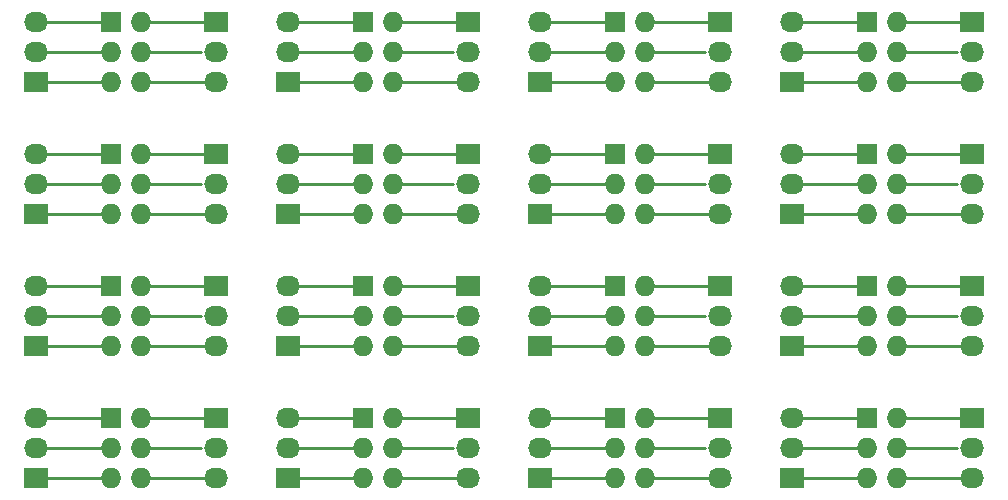
<source format=gtl>
G04 #@! TF.FileFunction,Copper,L1,Top,Signal*
%FSLAX46Y46*%
G04 Gerber Fmt 4.6, Leading zero omitted, Abs format (unit mm)*
G04 Created by KiCad (PCBNEW 4.0.5+dfsg1-4) date Wed Oct 11 12:15:40 2017*
%MOMM*%
%LPD*%
G01*
G04 APERTURE LIST*
%ADD10C,0.100000*%
%ADD11R,2.032000X1.727200*%
%ADD12O,2.032000X1.727200*%
%ADD13R,1.727200X1.727200*%
%ADD14O,1.727200X1.727200*%
%ADD15C,0.250000*%
G04 APERTURE END LIST*
D10*
D11*
X152527000Y-80518000D03*
D12*
X152527000Y-83058000D03*
X152527000Y-85598000D03*
D11*
X152527000Y-91694000D03*
D12*
X152527000Y-94234000D03*
X152527000Y-96774000D03*
D11*
X158623000Y-96774000D03*
D12*
X158623000Y-94234000D03*
X158623000Y-91694000D03*
D11*
X158623000Y-85598000D03*
D12*
X158623000Y-83058000D03*
X158623000Y-80518000D03*
D11*
X137287000Y-96774000D03*
D12*
X137287000Y-94234000D03*
X137287000Y-91694000D03*
D11*
X137287000Y-85598000D03*
D12*
X137287000Y-83058000D03*
X137287000Y-80518000D03*
D11*
X115951000Y-96774000D03*
D12*
X115951000Y-94234000D03*
X115951000Y-91694000D03*
D11*
X131191000Y-91694000D03*
D12*
X131191000Y-94234000D03*
X131191000Y-96774000D03*
D11*
X115951000Y-85598000D03*
D12*
X115951000Y-83058000D03*
X115951000Y-80518000D03*
D11*
X131191000Y-80518000D03*
D12*
X131191000Y-83058000D03*
X131191000Y-85598000D03*
D11*
X173863000Y-80518000D03*
D12*
X173863000Y-83058000D03*
X173863000Y-85598000D03*
D11*
X179959000Y-85598000D03*
D12*
X179959000Y-83058000D03*
X179959000Y-80518000D03*
D11*
X195199000Y-80518000D03*
D12*
X195199000Y-83058000D03*
X195199000Y-85598000D03*
D11*
X179959000Y-96774000D03*
D12*
X179959000Y-94234000D03*
X179959000Y-91694000D03*
D11*
X195199000Y-91694000D03*
D12*
X195199000Y-94234000D03*
X195199000Y-96774000D03*
D11*
X173863000Y-91694000D03*
D12*
X173863000Y-94234000D03*
X173863000Y-96774000D03*
D13*
X122301000Y-80518000D03*
D14*
X124841000Y-80518000D03*
X122301000Y-83058000D03*
X124841000Y-83058000D03*
X122301000Y-85598000D03*
X124841000Y-85598000D03*
D13*
X164973000Y-91694000D03*
D14*
X167513000Y-91694000D03*
X164973000Y-94234000D03*
X167513000Y-94234000D03*
X164973000Y-96774000D03*
X167513000Y-96774000D03*
D13*
X122301000Y-91694000D03*
D14*
X124841000Y-91694000D03*
X122301000Y-94234000D03*
X124841000Y-94234000D03*
X122301000Y-96774000D03*
X124841000Y-96774000D03*
D13*
X186309000Y-91694000D03*
D14*
X188849000Y-91694000D03*
X186309000Y-94234000D03*
X188849000Y-94234000D03*
X186309000Y-96774000D03*
X188849000Y-96774000D03*
D13*
X186309000Y-80518000D03*
D14*
X188849000Y-80518000D03*
X186309000Y-83058000D03*
X188849000Y-83058000D03*
X186309000Y-85598000D03*
X188849000Y-85598000D03*
D13*
X143637000Y-80518000D03*
D14*
X146177000Y-80518000D03*
X143637000Y-83058000D03*
X146177000Y-83058000D03*
X143637000Y-85598000D03*
X146177000Y-85598000D03*
D13*
X164973000Y-80518000D03*
D14*
X167513000Y-80518000D03*
X164973000Y-83058000D03*
X167513000Y-83058000D03*
X164973000Y-85598000D03*
X167513000Y-85598000D03*
D13*
X143637000Y-91694000D03*
D14*
X146177000Y-91694000D03*
X143637000Y-94234000D03*
X146177000Y-94234000D03*
X143637000Y-96774000D03*
X146177000Y-96774000D03*
D11*
X137287000Y-107950000D03*
D12*
X137287000Y-105410000D03*
X137287000Y-102870000D03*
D11*
X115951000Y-107950000D03*
D12*
X115951000Y-105410000D03*
X115951000Y-102870000D03*
D11*
X131191000Y-102870000D03*
D12*
X131191000Y-105410000D03*
X131191000Y-107950000D03*
D11*
X173863000Y-102870000D03*
D12*
X173863000Y-105410000D03*
X173863000Y-107950000D03*
D11*
X152527000Y-102870000D03*
D12*
X152527000Y-105410000D03*
X152527000Y-107950000D03*
D11*
X195199000Y-102870000D03*
D12*
X195199000Y-105410000D03*
X195199000Y-107950000D03*
D11*
X179959000Y-107950000D03*
D12*
X179959000Y-105410000D03*
X179959000Y-102870000D03*
D11*
X158623000Y-107950000D03*
D12*
X158623000Y-105410000D03*
X158623000Y-102870000D03*
D13*
X143637000Y-102870000D03*
D14*
X146177000Y-102870000D03*
X143637000Y-105410000D03*
X146177000Y-105410000D03*
X143637000Y-107950000D03*
X146177000Y-107950000D03*
D13*
X164973000Y-102870000D03*
D14*
X167513000Y-102870000D03*
X164973000Y-105410000D03*
X167513000Y-105410000D03*
X164973000Y-107950000D03*
X167513000Y-107950000D03*
D13*
X122301000Y-102870000D03*
D14*
X124841000Y-102870000D03*
X122301000Y-105410000D03*
X124841000Y-105410000D03*
X122301000Y-107950000D03*
X124841000Y-107950000D03*
D13*
X186309000Y-102870000D03*
D14*
X188849000Y-102870000D03*
X186309000Y-105410000D03*
X188849000Y-105410000D03*
X186309000Y-107950000D03*
X188849000Y-107950000D03*
D11*
X158623000Y-119126000D03*
D12*
X158623000Y-116586000D03*
X158623000Y-114046000D03*
D11*
X115951000Y-119126000D03*
D12*
X115951000Y-116586000D03*
X115951000Y-114046000D03*
D11*
X152527000Y-114046000D03*
D12*
X152527000Y-116586000D03*
X152527000Y-119126000D03*
D11*
X131191000Y-114046000D03*
D12*
X131191000Y-116586000D03*
X131191000Y-119126000D03*
D11*
X173863000Y-114046000D03*
D12*
X173863000Y-116586000D03*
X173863000Y-119126000D03*
D11*
X195199000Y-114046000D03*
D12*
X195199000Y-116586000D03*
X195199000Y-119126000D03*
D11*
X179959000Y-119126000D03*
D12*
X179959000Y-116586000D03*
X179959000Y-114046000D03*
D11*
X137287000Y-119126000D03*
D12*
X137287000Y-116586000D03*
X137287000Y-114046000D03*
D13*
X164973000Y-114046000D03*
D14*
X167513000Y-114046000D03*
X164973000Y-116586000D03*
X167513000Y-116586000D03*
X164973000Y-119126000D03*
X167513000Y-119126000D03*
D13*
X122301000Y-114046000D03*
D14*
X124841000Y-114046000D03*
X122301000Y-116586000D03*
X124841000Y-116586000D03*
X122301000Y-119126000D03*
X124841000Y-119126000D03*
D13*
X186309000Y-114046000D03*
D14*
X188849000Y-114046000D03*
X186309000Y-116586000D03*
X188849000Y-116586000D03*
X186309000Y-119126000D03*
X188849000Y-119126000D03*
D13*
X143637000Y-114046000D03*
D14*
X146177000Y-114046000D03*
X143637000Y-116586000D03*
X146177000Y-116586000D03*
X143637000Y-119126000D03*
X146177000Y-119126000D03*
D15*
X121079686Y-85598000D02*
X115951000Y-85598000D01*
X122301000Y-96774000D02*
X121079686Y-96774000D01*
X121079686Y-96774000D02*
X115951000Y-96774000D01*
X122301000Y-85598000D02*
X121079686Y-85598000D01*
X142415686Y-85598000D02*
X137287000Y-85598000D01*
X143637000Y-85598000D02*
X142415686Y-85598000D01*
X143637000Y-96774000D02*
X142415686Y-96774000D01*
X142415686Y-96774000D02*
X137287000Y-96774000D01*
X185087686Y-85598000D02*
X179959000Y-85598000D01*
X186309000Y-96774000D02*
X185087686Y-96774000D01*
X185087686Y-96774000D02*
X179959000Y-96774000D01*
X186309000Y-85598000D02*
X185087686Y-85598000D01*
X163751686Y-96774000D02*
X158623000Y-96774000D01*
X164973000Y-85598000D02*
X163751686Y-85598000D01*
X163751686Y-85598000D02*
X158623000Y-85598000D01*
X164973000Y-96774000D02*
X163751686Y-96774000D01*
X121079686Y-107950000D02*
X115951000Y-107950000D01*
X122301000Y-107950000D02*
X121079686Y-107950000D01*
X186309000Y-107950000D02*
X185087686Y-107950000D01*
X185087686Y-107950000D02*
X179959000Y-107950000D01*
X143637000Y-107950000D02*
X142415686Y-107950000D01*
X142415686Y-107950000D02*
X137287000Y-107950000D01*
X164973000Y-107950000D02*
X163751686Y-107950000D01*
X163751686Y-107950000D02*
X158623000Y-107950000D01*
X142415686Y-119126000D02*
X137287000Y-119126000D01*
X143637000Y-119126000D02*
X142415686Y-119126000D01*
X121079686Y-119126000D02*
X115951000Y-119126000D01*
X122301000Y-119126000D02*
X121079686Y-119126000D01*
X186309000Y-119126000D02*
X185087686Y-119126000D01*
X185087686Y-119126000D02*
X179959000Y-119126000D01*
X163751686Y-119126000D02*
X158623000Y-119126000D01*
X164973000Y-119126000D02*
X163751686Y-119126000D01*
X115951000Y-83058000D02*
X122301000Y-83058000D01*
X115951000Y-94234000D02*
X122301000Y-94234000D01*
X137287000Y-83058000D02*
X143637000Y-83058000D01*
X137287000Y-94234000D02*
X143637000Y-94234000D01*
X179959000Y-94234000D02*
X186309000Y-94234000D01*
X179959000Y-83058000D02*
X186309000Y-83058000D01*
X158623000Y-83058000D02*
X164973000Y-83058000D01*
X158623000Y-94234000D02*
X164973000Y-94234000D01*
X115951000Y-105410000D02*
X122301000Y-105410000D01*
X179959000Y-105410000D02*
X186309000Y-105410000D01*
X137287000Y-105410000D02*
X143637000Y-105410000D01*
X158623000Y-105410000D02*
X164973000Y-105410000D01*
X137287000Y-116586000D02*
X143637000Y-116586000D01*
X115951000Y-116586000D02*
X122301000Y-116586000D01*
X179959000Y-116586000D02*
X186309000Y-116586000D01*
X158623000Y-116586000D02*
X164973000Y-116586000D01*
X122301000Y-91694000D02*
X115951000Y-91694000D01*
X122301000Y-80518000D02*
X115951000Y-80518000D01*
X143637000Y-80518000D02*
X137287000Y-80518000D01*
X143637000Y-91694000D02*
X137287000Y-91694000D01*
X186309000Y-80518000D02*
X179959000Y-80518000D01*
X186309000Y-91694000D02*
X179959000Y-91694000D01*
X164973000Y-80518000D02*
X158623000Y-80518000D01*
X164973000Y-91694000D02*
X158623000Y-91694000D01*
X122301000Y-102870000D02*
X115951000Y-102870000D01*
X186309000Y-102870000D02*
X179959000Y-102870000D01*
X143637000Y-102870000D02*
X137287000Y-102870000D01*
X164973000Y-102870000D02*
X158623000Y-102870000D01*
X143637000Y-114046000D02*
X137287000Y-114046000D01*
X122301000Y-114046000D02*
X115951000Y-114046000D01*
X186309000Y-114046000D02*
X179959000Y-114046000D01*
X164973000Y-114046000D02*
X158623000Y-114046000D01*
X146177000Y-80518000D02*
X152527000Y-80518000D01*
X124841000Y-80518000D02*
X131191000Y-80518000D01*
X124841000Y-91694000D02*
X131191000Y-91694000D01*
X146177000Y-91694000D02*
X152527000Y-91694000D01*
X188849000Y-91694000D02*
X195199000Y-91694000D01*
X188849000Y-80518000D02*
X195199000Y-80518000D01*
X167513000Y-91694000D02*
X173863000Y-91694000D01*
X167513000Y-80518000D02*
X173863000Y-80518000D01*
X124841000Y-102870000D02*
X131191000Y-102870000D01*
X188849000Y-102870000D02*
X195199000Y-102870000D01*
X146177000Y-102870000D02*
X152527000Y-102870000D01*
X167513000Y-102870000D02*
X173863000Y-102870000D01*
X146177000Y-114046000D02*
X152527000Y-114046000D01*
X124841000Y-114046000D02*
X131191000Y-114046000D01*
X188849000Y-114046000D02*
X195199000Y-114046000D01*
X167513000Y-114046000D02*
X173863000Y-114046000D01*
X151261000Y-83058000D02*
X146177000Y-83058000D01*
X129925000Y-83058000D02*
X124841000Y-83058000D01*
X129925000Y-94234000D02*
X124841000Y-94234000D01*
X151261000Y-94234000D02*
X146177000Y-94234000D01*
X193933000Y-83058000D02*
X188849000Y-83058000D01*
X193933000Y-94234000D02*
X188849000Y-94234000D01*
X172597000Y-83058000D02*
X167513000Y-83058000D01*
X172597000Y-94234000D02*
X167513000Y-94234000D01*
X129925000Y-105410000D02*
X124841000Y-105410000D01*
X193933000Y-105410000D02*
X188849000Y-105410000D01*
X151261000Y-105410000D02*
X146177000Y-105410000D01*
X172597000Y-105410000D02*
X167513000Y-105410000D01*
X151261000Y-116586000D02*
X146177000Y-116586000D01*
X129925000Y-116586000D02*
X124841000Y-116586000D01*
X193933000Y-116586000D02*
X188849000Y-116586000D01*
X172597000Y-116586000D02*
X167513000Y-116586000D01*
X146177000Y-85598000D02*
X152527000Y-85598000D01*
X124841000Y-96774000D02*
X131191000Y-96774000D01*
X124841000Y-85598000D02*
X131191000Y-85598000D01*
X146177000Y-96774000D02*
X152527000Y-96774000D01*
X188849000Y-96774000D02*
X195199000Y-96774000D01*
X188849000Y-85598000D02*
X195199000Y-85598000D01*
X167513000Y-85598000D02*
X173863000Y-85598000D01*
X167513000Y-96774000D02*
X173863000Y-96774000D01*
X124841000Y-107950000D02*
X131191000Y-107950000D01*
X188849000Y-107950000D02*
X195199000Y-107950000D01*
X146177000Y-107950000D02*
X152527000Y-107950000D01*
X167513000Y-107950000D02*
X173863000Y-107950000D01*
X146177000Y-119126000D02*
X152527000Y-119126000D01*
X124841000Y-119126000D02*
X131191000Y-119126000D01*
X188849000Y-119126000D02*
X195199000Y-119126000D01*
X167513000Y-119126000D02*
X173863000Y-119126000D01*
M02*

</source>
